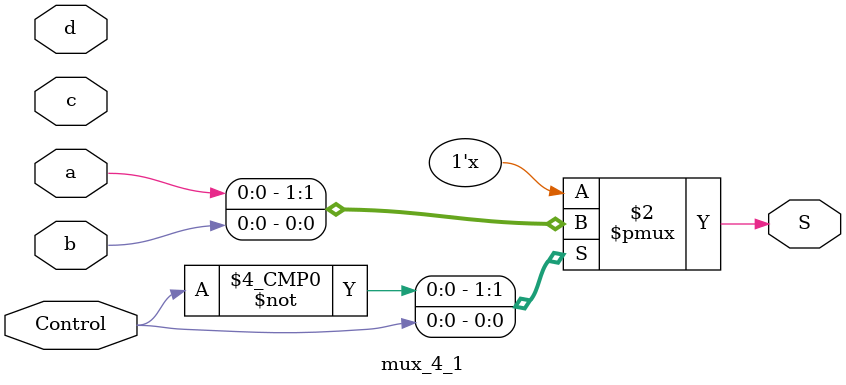
<source format=v>
module mux_4_1 (a, b, c, d, Control, S); 

	input a, b, c, d, Control;
	output reg S;

	always @(Control, a, b, c, d)
	begin
		case(Control)
			2'b00: S <= a;
			2'b01: S <= b;
			2'b10: S <= c;
			2'b11: S <= d;
		endcase
	end

endmodule

</source>
